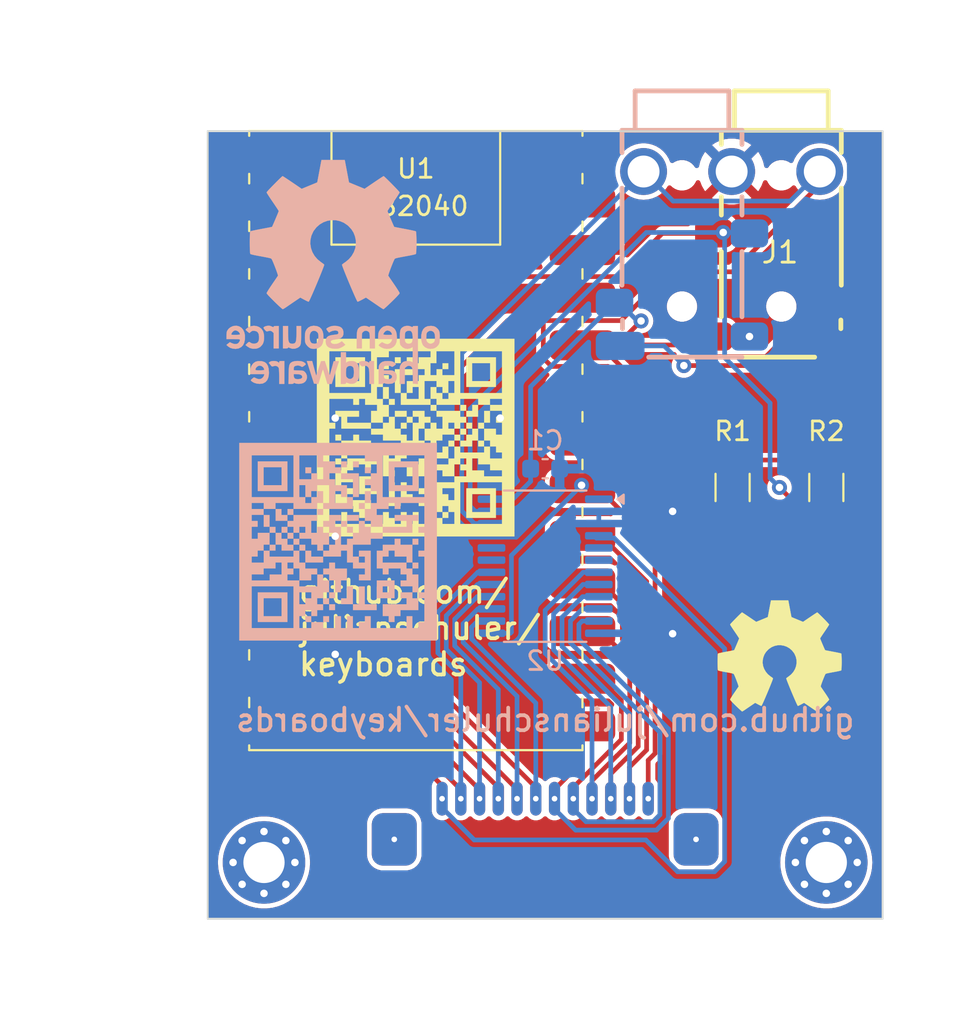
<source format=kicad_pcb>
(kicad_pcb (version 20240108) (generator "pcbnew") (generator_version "8.0")
  (layers (0 "F.Cu" signal) (31 "B.Cu" signal) (34 "B.Paste" user) (35 "F.Paste" user) (36 "B.SilkS" user "B.Silkscreen") (37 "F.SilkS" user "F.Silkscreen") (38 "B.Mask" user) (39 "F.Mask" user) (44 "Edge.Cuts" user))
  (net 0 "")
  (net 1 "GND")
  (net 2 "/SDA")
  (net 3 "+3V3")
  (net 4 "/SCL")
  (net 5 "/ROW1")
  (net 6 "/COL1")
  (net 7 "/COL2")
  (net 8 "/COL3")
  (net 9 "/COL4")
  (net 10 "/COL5")
  (net 11 "/COL6")
  (net 12 "/ROW2")
  (net 13 "/ROW3")
  (net 14 "/ROW4")
  (net 15 "/ROW5")
  (net 16 "/ROW6")
  (net 35 "unconnected-(J1-PadRN)_1")
  (net 36 "unconnected-(J1-PadTN)_1")
  (footprint "MountingHole:MountingHole_2.2mm_M2_Pad_Via" (layer "F.Cu") (at 166 115)
    (property "Reference" "H2" (hide yes))
    (property "Value" "MountingHole_Pad")
  )
  (footprint "Custom:Audio_Jack_Dual_Side" (layer "F.Cu") (at 163.6 82.8 -90)
    (property "Reference" "J1")
    (property "Value" "Audio_Jack" (hide yes))
  )
  (footprint "Custom:FPC_Connector" (layer "F.Cu") (at 151 111.6)
    (property "Reference" "J2")
    (property "Value" "FPC_connector" (hide yes))
  )
  (footprint "MountingHole:MountingHole_2.2mm_M2_Pad_Via" (layer "F.Cu") (at 136 115)
    (property "Reference" "H1" (hide yes))
    (property "Value" "MountingHole_Pad")
  )
  (footprint "Symbol:OSHW-Symbol_6.7x6mm_SilkScreen" (layer "F.Cu") (at 163.5 104)
    (property "Reference" "REF**" (hide yes))
    (property "Value" "OSHW-Symbol_6.7x6mm_SilkScreen" (hide yes))
  )
  (footprint "Custom:Adafruit_KB2040" (layer "F.Cu") (at 144.1 92.5)
    (property "Reference" "U1")
    (property "Value" "Adafruit_KB2040")
  )
  (footprint "Resistor_SMD:R_1206_3216Metric" (layer "F.Cu") (at 161 95 90)
    (property "Reference" "R1")
    (property "Value" "1k")
  )
  (footprint "Resistor_SMD:R_1206_3216Metric" (layer "F.Cu") (at 166 95 90)
    (property "Reference" "R2")
    (property "Value" "1k")
  )
  (footprint "Symbol:OSHW-Logo_11.4x12mm_SilkScreen" (layer "B.Cu") (at 139.7 83.5 180)
    (property "Reference" "REF**" (hide yes))
    (property "Value" "OSHW-Logo_11.4x12mm_SilkScreen" (hide yes))
  )
  (footprint "Package_SO:TSSOP-24_4.4x7.8mm_P0.65mm" (layer "B.Cu") (at 151 99.2 180)
    (property "Reference" "U2")
    (property "Value" "PCA9555PW")
  )
  (footprint "Capacitor_SMD:C_0603_1608Metric" (layer "B.Cu") (at 151 94)
    (property "Reference" "C1")
    (property "Value" "10u")
  )
  (gr_poly (pts (xy 138.5225 94.242497) (xy 138.205 94.242497) (xy 138.205 93.924997) (xy 138.5225 93.924997)) (stroke (width -0.000001)) (fill solid) (layer "B.SilkS"))
  (gr_poly (pts (xy 137.252501 95.194998) (xy 135.665002 95.194998) (xy 135.665002 94.877498) (xy 135.9825 94.877498) (xy 136.935001 94.877498) (xy 136.935001 93.924997) (xy 135.9825 93.924997) (xy 135.9825 94.877498) (xy 135.665002 94.877498) (xy 135.665002 93.607497) (xy 137.252501 93.607497)) (stroke (width -0.000001)) (fill solid) (layer "B.SilkS"))
  (gr_poly (pts (xy 142.9675 100.909999) (xy 142.014999 100.909999) (xy 142.014999 100.592499) (xy 142.332499 100.592499) (xy 142.65 100.592499) (xy 142.65 100.274998) (xy 142.332499 100.274998) (xy 142.332499 100.592499) (xy 142.014999 100.592499) (xy 142.014999 99.957498) (xy 142.9675 99.957498)) (stroke (width -0.000001)) (fill solid) (layer "B.SilkS"))
  (gr_poly (pts (xy 140.427502 93.924997) (xy 140.110002 93.924997) (xy 140.110002 93.607497) (xy 140.427502 93.607497)) (stroke (width -0.000001)) (fill solid) (layer "B.SilkS"))
  (gr_poly (pts (xy 139.157501 96.464999) (xy 138.840001 96.464999) (xy 138.840001 96.147499) (xy 139.157501 96.147499)) (stroke (width -0.000001)) (fill solid) (layer "B.SilkS"))
  (gr_poly (pts (xy 136.935001 96.464999) (xy 137.252501 96.464999) (xy 137.252501 96.7825) (xy 136.617501 96.7825) (xy 136.617501 96.147499) (xy 136.935001 96.147499)) (stroke (width -0.000001)) (fill solid) (layer "B.SilkS"))
  (gr_poly (pts (xy 141.062503 95.512498) (xy 140.745 95.512498) (xy 140.745 94.559997) (xy 140.110002 94.559997) (xy 140.110002 94.242497) (xy 141.062503 94.242497)) (stroke (width -0.000001)) (fill solid) (layer "B.SilkS"))
  (gr_poly (pts (xy 137.252501 97.417496) (xy 136.935001 97.417496) (xy 136.935001 97.1) (xy 137.252501 97.1)) (stroke (width -0.000001)) (fill solid) (layer "B.SilkS"))
  (gr_poly (pts (xy 144.237501 98.052496) (xy 143.920001 98.052496) (xy 143.920001 97.735001) (xy 144.237501 97.735001)) (stroke (width -0.000001)) (fill solid) (layer "B.SilkS"))
  (gr_poly (pts (xy 138.5225 102.179996) (xy 138.205 102.179996) (xy 138.205 101.8625) (xy 138.5225 101.8625)) (stroke (width -0.000001)) (fill solid) (layer "B.SilkS"))
  (gr_poly (pts (xy 137.570002 97.735001) (xy 137.252501 97.735001) (xy 137.252501 97.417496) (xy 137.570002 97.417496)) (stroke (width -0.000001)) (fill solid) (layer "B.SilkS"))
  (gr_poly (pts (xy 136.617501 97.417496) (xy 136.3 97.417496) (xy 136.3 97.1) (xy 136.617501 97.1)) (stroke (width -0.000001)) (fill solid) (layer "B.SilkS"))
  (gr_poly (pts (xy 136.3 97.1) (xy 135.9825 97.1) (xy 135.9825 96.464999) (xy 136.3 96.464999)) (stroke (width -0.000001)) (fill solid) (layer "B.SilkS"))
  (gr_poly (pts (xy 137.570002 96.464999) (xy 137.252501 96.464999) (xy 137.252501 96.147499) (xy 137.570002 96.147499)) (stroke (width -0.000001)) (fill solid) (layer "B.SilkS"))
  (gr_poly (pts (xy 136.617501 98.369997) (xy 136.3 98.369997) (xy 136.3 98.052496) (xy 136.617501 98.052496)) (stroke (width -0.000001)) (fill solid) (layer "B.SilkS"))
  (gr_poly (pts (xy 139.792502 101.544995) (xy 139.475001 101.544995) (xy 139.475001 101.227499) (xy 139.792502 101.227499)) (stroke (width -0.000001)) (fill solid) (layer "B.SilkS"))
  (gr_poly (pts (xy 139.475001 102.179996) (xy 139.157501 102.179996) (xy 139.157501 101.8625) (xy 139.475001 101.8625)) (stroke (width -0.000001)) (fill solid) (layer "B.SilkS"))
  (gr_poly (pts (xy 137.8875 98.052496) (xy 137.570002 98.052496) (xy 137.570002 97.735001) (xy 137.8875 97.735001)) (stroke (width -0.000001)) (fill solid) (layer "B.SilkS"))
  (gr_poly (pts (xy 140.745 101.227499) (xy 140.110002 101.227499) (xy 140.110002 100.909999) (xy 140.427502 100.909999) (xy 140.427502 100.274998) (xy 140.745 100.274998)) (stroke (width -0.000001)) (fill solid) (layer "B.SilkS"))
  (gr_poly (pts (xy 144.237501 95.194998) (xy 142.65 95.194998) (xy 142.65 94.877498) (xy 142.9675 94.877498) (xy 143.920001 94.877498) (xy 143.920001 93.924997) (xy 142.9675 93.924997) (xy 142.9675 94.877498) (xy 142.65 94.877498) (xy 142.65 93.607497) (xy 144.237501 93.607497)) (stroke (width -0.000001)) (fill solid) (layer "B.SilkS"))
  (gr_poly (pts (xy 141.697499 95.829999) (xy 141.379998 95.829999) (xy 141.379998 95.194998) (xy 141.697499 95.194998)) (stroke (width -0.000001)) (fill solid) (layer "B.SilkS"))
  (gr_poly (pts (xy 144.237501 99.322497) (xy 143.920001 99.322497) (xy 143.920001 99.004997) (xy 144.237501 99.004997)) (stroke (width -0.000001)) (fill solid) (layer "B.SilkS"))
  (gr_poly (pts (xy 138.840001 96.7825) (xy 138.5225 96.7825) (xy 138.5225 97.417496) (xy 138.840001 97.417496) (xy 138.840001 97.1) (xy 139.157501 97.1) (xy 139.157501 97.417496) (xy 139.475001 97.417496) (xy 139.475001 97.1) (xy 139.157501 97.1) (xy 139.157501 96.7825) (xy 139.475001 96.7825) (xy 139.475001 96.464999) (xy 140.110002 96.464999) (xy 140.110002 96.7825) (xy 139.792502 96.7825) (xy 139.792502 97.1) (xy 140.110002 97.1) (xy 140.110002 98.052496) (xy 140.427502 98.052496) (xy 140.427502 97.735001) (xy 140.745 97.735001) (xy 140.745 97.417496) (xy 141.062503 97.417496) (xy 141.062503 96.7825) (xy 141.379998 96.7825) (xy 141.379998 97.1) (xy 141.697499 97.1) (xy 141.697499 97.417496) (xy 142.332499 97.417496) (xy 142.332499 97.735001) (xy 141.697499 97.735001) (xy 141.697499 98.052496) (xy 140.745 98.052496) (xy 140.745 98.687497) (xy 141.062503 98.687497) (xy 141.062503 98.369997) (xy 141.697499 98.369997) (xy 141.697499 99.957498) (xy 141.062503 99.957498) (xy 141.062503 99.639998) (xy 141.379998 99.639998) (xy 141.379998 99.322497) (xy 140.745 99.322497) (xy 140.745 99.004997) (xy 141.062503 99.004997) (xy 141.379998 99.004997) (xy 141.379998 98.687497) (xy 141.062503 98.687497) (xy 141.062503 99.004997) (xy 140.745 99.004997) (xy 140.427502 99.004997) (xy 140.427502 98.369997) (xy 140.110002 98.369997) (xy 140.110002 98.687497) (xy 139.157501 98.687497) (xy 139.157501 98.369997) (xy 139.475001 98.369997) (xy 139.475001 98.052496) (xy 139.792502 98.052496) (xy 139.792502 97.417496) (xy 139.475001 97.417496) (xy 139.475001 98.052496) (xy 139.157501 98.052496) (xy 139.157501 98.369997) (xy 138.840001 98.369997) (xy 138.840001 98.052496) (xy 138.5225 98.052496) (xy 138.5225 97.735001) (xy 137.8875 97.735001) (xy 137.8875 97.417496) (xy 138.205 97.417496) (xy 138.205 97.1) (xy 137.8875 97.1) (xy 137.8875 97.417496) (xy 137.570002 97.417496) (xy 137.570002 97.1) (xy 137.252501 97.1) (xy 137.252501 96.7825) (xy 137.570002 96.7825) (xy 137.570002 96.464999) (xy 138.840001 96.464999)) (stroke (width -0.000001)) (fill solid) (layer "B.SilkS"))
  (gr_poly (pts (xy 136.935001 97.735001) (xy 137.252501 97.735001) (xy 137.252501 98.052496) (xy 137.570002 98.052496) (xy 137.570002 98.369997) (xy 136.935001 98.369997) (xy 136.935001 98.052496) (xy 136.617501 98.052496) (xy 136.617501 97.417496) (xy 136.935001 97.417496)) (stroke (width -0.000001)) (fill solid) (layer "B.SilkS"))
  (gr_poly (pts (xy 145.224884 103.167378) (xy 134.677464 103.167378) (xy 134.677464 102.497501) (xy 135.347502 102.497501) (xy 137.570002 102.497501) (xy 137.570002 101.227499) (xy 137.8875 101.227499) (xy 138.205 101.227499) (xy 138.205 100.909999) (xy 138.5225 100.909999) (xy 138.5225 100.592499) (xy 137.8875 100.592499) (xy 137.8875 101.227499) (xy 137.570002 101.227499) (xy 137.570002 100.274998) (xy 135.347502 100.274998) (xy 135.347502 102.497501) (xy 134.677464 102.497501) (xy 134.677464 99.639998) (xy 135.347502 99.639998) (xy 135.347502 99.957498) (xy 136.3 99.957498) (xy 136.3 99.639998) (xy 136.935001 99.639998) (xy 137.252501 99.639998) (xy 137.252501 99.957498) (xy 137.8875 99.957498) (xy 137.8875 99.322497) (xy 137.570002 99.322497) (xy 137.570002 99.639998) (xy 137.252501 99.639998) (xy 136.935001 99.639998) (xy 136.935001 99.322497) (xy 137.252501 99.322497) (xy 137.570002 99.322497) (xy 137.570002 99.004997) (xy 137.252501 99.004997) (xy 137.252501 99.322497) (xy 136.935001 99.322497) (xy 136.935001 99.004997) (xy 136.617501 99.004997) (xy 136.617501 99.322497) (xy 135.9825 99.322497) (xy 135.9825 99.639998) (xy 135.347502 99.639998) (xy 134.677464 99.639998) (xy 134.677464 96.464999) (xy 135.347502 96.464999) (xy 135.347502 96.7825) (xy 135.665002 96.7825) (xy 135.665002 97.1) (xy 135.347502 97.1) (xy 135.347502 97.735001) (xy 135.665002 97.735001) (xy 135.665002 97.417496) (xy 136.3 97.417496) (xy 136.3 98.052496) (xy 135.9825 98.052496) (xy 135.9825 98.369997) (xy 135.665002 98.369997) (xy 135.665002 98.687497) (xy 135.347502 98.687497) (xy 135.347502 99.004997) (xy 135.9825 99.004997) (xy 135.9825 98.369997) (xy 136.3 98.369997) (xy 136.3 98.687497) (xy 137.570002 98.687497) (xy 137.570002 98.369997) (xy 137.8875 98.369997) (xy 137.8875 99.004997) (xy 138.205 99.004997) (xy 138.205 99.322497) (xy 138.840001 99.322497) (xy 138.840001 99.639998) (xy 138.5225 99.639998) (xy 138.5225 99.957498) (xy 137.8875 99.957498) (xy 137.8875 100.274998) (xy 138.840001 100.274998) (xy 138.840001 99.957498) (xy 139.157501 99.957498) (xy 139.475001 99.957498) (xy 139.475001 99.639998) (xy 139.157501 99.639998) (xy 139.157501 99.957498) (xy 138.840001 99.957498) (xy 138.840001 99.639998) (xy 139.157501 99.639998) (xy 139.157501 99.322497) (xy 139.475001 99.322497) (xy 139.475001 99.004997) (xy 139.792502 99.004997) (xy 139.792502 99.322497) (xy 140.427502 99.322497) (xy 140.427502 99.957498) (xy 140.110002 99.957498) (xy 140.110002 100.592499) (xy 139.792502 100.592499) (xy 139.792502 99.957498) (xy 139.475001 99.957498) (xy 139.475001 100.592499) (xy 139.157501 100.592499) (xy 139.157501 100.909999) (xy 138.840001 100.909999) (xy 138.840001 101.227499) (xy 139.157501 101.227499) (xy 139.157501 101.544995) (xy 138.840001 101.544995) (xy 138.840001 101.8625) (xy 138.5225 101.8625) (xy 138.5225 101.544995) (xy 138.205 101.544995) (xy 138.205 101.8625) (xy 137.8875 101.8625) (xy 137.8875 102.497501) (xy 138.5225 102.497501) (xy 138.5225 102.179996) (xy 139.157501 102.179996) (xy 139.157501 102.497501) (xy 139.792502 102.497501) (xy 139.792502 101.8625) (xy 140.110002 101.8625) (xy 140.110002 102.497501) (xy 140.427502 102.497501) (xy 140.427502 101.8625) (xy 140.745 101.8625) (xy 140.745 102.497501) (xy 141.062503 102.497501) (xy 141.062503 102.179996) (xy 141.379998 102.179996) (xy 141.379998 101.8625) (xy 141.697499 101.8625) (xy 141.697499 102.497501) (xy 143.602501 102.497501) (xy 143.602501 101.8625) (xy 143.920001 101.8625) (xy 143.920001 102.497501) (xy 144.237501 102.497501) (xy 144.237501 102.179996) (xy 144.555002 102.179996) (xy 144.555002 100.909999) (xy 144.237501 100.909999) (xy 144.237501 101.544995) (xy 143.285 101.544995) (xy 143.285 101.8625) (xy 142.9675 101.8625) (xy 142.9675 102.179996) (xy 142.65 102.179996) (xy 142.65 101.8625) (xy 142.332499 101.8625) (xy 142.332499 101.227499) (xy 143.602501 101.227499) (xy 143.602501 100.909999) (xy 143.285 100.909999) (xy 143.285 100.592499) (xy 143.920001 100.592499) (xy 143.920001 100.909999) (xy 144.237501 100.909999) (xy 144.237501 100.592499) (xy 144.555002 100.592499) (xy 144.555002 98.687497) (xy 144.237501 98.687497) (xy 144.237501 98.369997) (xy 144.555002 98.369997) (xy 144.555002 97.417496) (xy 144.237501 97.417496) (xy 144.237501 97.1) (xy 144.555002 97.1) (xy 144.555002 95.829999) (xy 143.285 95.829999) (xy 143.285 96.147499) (xy 142.9675 96.147499) (xy 142.9675 95.829999) (xy 142.65 95.829999) (xy 142.65 96.147499) (xy 142.014999 96.147499) (xy 142.014999 96.464999) (xy 142.332499 96.464999) (xy 142.332499 97.1) (xy 141.697499 97.1) (xy 141.697499 96.7825) (xy 141.379998 96.7825) (xy 141.379998 96.147499) (xy 141.697499 96.147499) (xy 141.697499 95.829999) (xy 142.014999 95.829999) (xy 142.014999 95.512498) (xy 142.332499 95.512498) (xy 144.555002 95.512498) (xy 144.555002 93.289996) (xy 142.332499 93.289996) (xy 142.332499 95.512498) (xy 142.014999 95.512498) (xy 142.014999 95.194998) (xy 141.697499 95.194998) (xy 141.697499 94.877498) (xy 141.379998 94.877498) (xy 141.379998 94.559997) (xy 141.697499 94.559997) (xy 141.697499 94.242497) (xy 142.014999 94.242497) (xy 142.014999 93.607497) (xy 141.379998 93.607497) (xy 141.379998 93.289996) (xy 139.157501 93.289996) (xy 139.157501 93.607497) (xy 139.792502 93.607497) (xy 139.792502 93.924997) (xy 140.110002 93.924997) (xy 140.110002 94.242497) (xy 139.475001 94.242497) (xy 139.475001 94.559997) (xy 139.792502 94.559997) (xy 139.792502 94.877498) (xy 140.427502 94.877498) (xy 140.427502 95.512498) (xy 140.110002 95.512498) (xy 140.110002 95.194998) (xy 139.792502 95.194998) (xy 139.792502 95.829999) (xy 140.427502 95.829999) (xy 140.427502 95.512498) (xy 140.745 95.512498) (xy 140.745 96.147499) (xy 139.157501 96.147499) (xy 139.157501 95.829999) (xy 138.840001 95.829999) (xy 138.840001 96.147499) (xy 137.570002 96.147499) (xy 137.570002 95.829999) (xy 138.205 95.829999) (xy 138.5225 95.829999) (xy 138.5225 95.512498) (xy 138.205 95.512498) (xy 138.205 95.829999) (xy 137.570002 95.829999) (xy 136.617501 95.829999) (xy 136.617501 96.147499) (xy 135.9825 96.147499) (xy 135.9825 96.464999) (xy 135.347502 96.464999) (xy 134.677464 96.464999) (xy 134.677464 96.147499) (xy 135.347502 96.147499) (xy 135.9825 96.147499) (xy 135.9825 95.829999) (xy 135.347502 95.829999) (xy 135.347502 96.147499) (xy 134.677464 96.147499) (xy 134.677464 95.512498) (xy 135.347502 95.512498) (xy 137.570002 95.512498) (xy 137.8875 95.512498) (xy 138.205 95.512498) (xy 138.205 95.194998) (xy 138.5225 95.194998) (xy 138.5225 95.512498) (xy 138.840001 95.512498) (xy 138.840001 95.194998) (xy 139.157501 95.194998) (xy 139.157501 95.829999) (xy 139.475001 95.829999) (xy 139.475001 94.877498) (xy 138.840001 94.877498) (xy 138.840001 95.194998) (xy 138.5225 95.194998) (xy 138.205 95.194998) (xy 138.205 94.877498) (xy 137.8875 94.877498) (xy 137.8875 95.512498) (xy 137.570002 95.512498) (xy 137.570002 94.559997) (xy 137.8875 94.559997) (xy 138.5225 94.559997) (xy 138.5225 94.242497) (xy 138.840001 94.242497) (xy 138.840001 94.559997) (xy 139.157501 94.559997) (xy 139.157501 93.924997) (xy 138.840001 93.924997) (xy 138.840001 93.289996) (xy 137.8875 93.289996) (xy 137.8875 94.559997) (xy 137.570002 94.559997) (xy 137.570002 93.289996) (xy 135.347502 93.289996) (xy 135.347502 95.512498) (xy 134.677464 95.512498) (xy 134.677464 92.619963) (xy 145.224884 92.619963)) (stroke (width -0.000001)) (fill solid) (layer "B.SilkS"))
  (gr_poly (pts (xy 141.062503 96.7825) (xy 140.427502 96.7825) (xy 140.427502 96.464999) (xy 141.062503 96.464999)) (stroke (width -0.000001)) (fill solid) (layer "B.SilkS"))
  (gr_poly (pts (xy 141.379998 96.147499) (xy 141.062503 96.147499) (xy 141.062503 95.829999) (xy 141.379998 95.829999)) (stroke (width -0.000001)) (fill solid) (layer "B.SilkS"))
  (gr_poly (pts (xy 139.792502 100.909999) (xy 139.475001 100.909999) (xy 139.475001 100.592499) (xy 139.792502 100.592499)) (stroke (width -0.000001)) (fill solid) (layer "B.SilkS"))
  (gr_poly (pts (xy 137.252501 102.179996) (xy 135.665002 102.179996) (xy 135.665002 101.8625) (xy 135.9825 101.8625) (xy 136.935001 101.8625) (xy 136.935001 100.909999) (xy 135.9825 100.909999) (xy 135.9825 101.8625) (xy 135.665002 101.8625) (xy 135.665002 100.592499) (xy 137.252501 100.592499)) (stroke (width -0.000001)) (fill solid) (layer "B.SilkS"))
  (gr_poly (pts (xy 139.475001 101.227499) (xy 139.157501 101.227499) (xy 139.157501 100.909999) (xy 139.475001 100.909999)) (stroke (width -0.000001)) (fill solid) (layer "B.SilkS"))
  (gr_poly (pts (xy 138.5225 98.687497) (xy 139.157501 98.687497) (xy 139.157501 99.004997) (xy 138.205 99.004997) (xy 138.205 98.369997) (xy 138.5225 98.369997)) (stroke (width -0.000001)) (fill solid) (layer "B.SilkS"))
  (gr_poly (pts (xy 141.697499 94.242497) (xy 141.379998 94.242497) (xy 141.379998 93.924997) (xy 141.697499 93.924997)) (stroke (width -0.000001)) (fill solid) (layer "B.SilkS"))
  (gr_poly (pts (xy 140.745 97.417496) (xy 140.427502 97.417496) (xy 140.427502 97.1) (xy 140.745 97.1)) (stroke (width -0.000001)) (fill solid) (layer "B.SilkS"))
  (gr_poly (pts (xy 143.285 98.052496) (xy 143.920001 98.052496) (xy 143.920001 99.004997) (xy 143.602501 99.004997) (xy 143.602501 99.322497) (xy 143.920001 99.322497) (xy 143.920001 99.639998) (xy 144.237501 99.639998) (xy 144.237501 100.592499) (xy 143.920001 100.592499) (xy 143.920001 100.274998) (xy 143.285 100.274998) (xy 143.285 99.957498) (xy 143.602501 99.957498) (xy 143.602501 99.639998) (xy 143.285 99.639998) (xy 143.285 99.322497) (xy 142.65 99.322497) (xy 142.65 99.639998) (xy 142.332499 99.639998) (xy 142.332499 99.322497) (xy 142.014999 99.322497) (xy 142.014999 98.687497) (xy 142.332499 98.687497) (xy 142.332499 99.004997) (xy 143.602501 99.004997) (xy 143.602501 98.687497) (xy 142.9675 98.687497) (xy 142.9675 98.369997) (xy 142.65 98.369997) (xy 142.65 98.687497) (xy 142.332499 98.687497) (xy 142.014999 98.687497) (xy 142.014999 98.369997) (xy 142.332499 98.369997) (xy 142.332499 98.052496) (xy 142.9675 98.052496) (xy 142.9675 97.735001) (xy 143.285 97.735001)) (stroke (width -0.000001)) (fill solid) (layer "B.SilkS"))
  (gr_poly (pts (xy 141.379998 101.227499) (xy 142.014999 101.227499) (xy 142.014999 101.544995) (xy 140.745 101.544995) (xy 140.745 101.227499) (xy 141.062503 101.227499) (xy 141.062503 100.274998) (xy 141.379998 100.274998)) (stroke (width -0.000001)) (fill solid) (layer "B.SilkS"))
  (gr_poly (pts (xy 140.427502 97.1) (xy 140.110002 97.1) (xy 140.110002 96.7825) (xy 140.427502 96.7825)) (stroke (width -0.000001)) (fill solid) (layer "B.SilkS"))
  (gr_poly (pts (xy 138.205 98.369997) (xy 137.8875 98.369997) (xy 137.8875 98.052496) (xy 138.205 98.052496)) (stroke (width -0.000001)) (fill solid) (layer "B.SilkS"))
  (gr_poly (pts (xy 141.062503 93.924997) (xy 140.745 93.924997) (xy 140.745 93.607497) (xy 141.062503 93.607497)) (stroke (width -0.000001)) (fill solid) (layer "B.SilkS"))
  (gr_poly (pts (xy 144.237501 96.7825) (xy 143.920001 96.7825) (xy 143.920001 97.417496) (xy 142.332499 97.417496) (xy 142.332499 97.1) (xy 143.602501 97.1) (xy 143.602501 96.7825) (xy 142.9675 96.7825) (xy 142.9675 96.464999) (xy 144.237501 96.464999)) (stroke (width -0.000001)) (fill solid) (layer "B.SilkS"))
  (gr_poly (pts (xy 140.757502 92.5) (xy 140.122501 92.5) (xy 140.122501 93.452501) (xy 140.440001 93.452501) (xy 140.440001 93.770001) (xy 140.122501 93.770001) (xy 140.122501 94.087502) (xy 139.805001 94.087502) (xy 139.805001 95.040003) (xy 140.122501 95.040003) (xy 140.122501 94.722502) (xy 140.757502 94.722502) (xy 140.757502 94.405002) (xy 140.440001 94.405002) (xy 140.440001 94.087502) (xy 140.757502 94.087502) (xy 140.757502 93.770001) (xy 141.392502 93.770001) (xy 141.392502 94.087502) (xy 141.710003 94.087502) (xy 141.710003 93.770001) (xy 142.027503 93.770001) (xy 142.027503 93.135001) (xy 141.710003 93.135001) (xy 141.710003 93.452501) (xy 140.440001 93.452501) (xy 140.440001 93.135001) (xy 141.075002 93.135001) (xy 141.075002 92.817501) (xy 141.392502 92.817501) (xy 141.392502 93.135001) (xy 141.710003 93.135001) (xy 142.027503 93.135001) (xy 142.027503 92.817501) (xy 141.710003 92.817501) (xy 141.710003 92.5) (xy 141.075002 92.5) (xy 141.075002 92.182505) (xy 140.757502 92.182505)) (stroke (width -0.000001)) (fill solid) (layer "F.SilkS"))
  (gr_rect (start 144.885001 90.595003) (end 145.202501 90.912503) (stroke (width -0.000001)) (fill solid) (layer "F.SilkS"))
  (gr_rect (start 144.25 95.675003) (end 144.567501 95.992499) (stroke (width -0.000001)) (fill solid) (layer "F.SilkS"))
  (gr_poly (pts (xy 145.520002 93.135001) (xy 144.885001 93.135001) (xy 144.885001 93.452501) (xy 145.837502 93.452501) (xy 145.837502 92.817501) (xy 145.520002 92.817501)) (stroke (width -0.000001)) (fill solid) (layer "F.SilkS"))
  (gr_rect (start 142.662504 90.277503) (end 142.979999 90.595003) (stroke (width -0.000001)) (fill solid) (layer "F.SilkS"))
  (gr_poly (pts (xy 139.805001 89.642502) (xy 141.392502 89.642502) (xy 141.392502 89.325002) (xy 141.075002 89.325002) (xy 140.122501 89.325002) (xy 140.122501 88.372501) (xy 141.075002 88.372501) (xy 141.075002 89.325002) (xy 141.392502 89.325002) (xy 141.392502 88.055001) (xy 139.805001 88.055001)) (stroke (width -0.000001)) (fill solid) (layer "F.SilkS"))
  (gr_rect (start 145.837502 92.5) (end 146.155002 92.817501) (stroke (width -0.000001)) (fill solid) (layer "F.SilkS"))
  (gr_poly (pts (xy 145.202501 91.230004) (xy 145.520002 91.230004) (xy 145.520002 91.865) (xy 145.202501 91.865) (xy 145.202501 91.547504) (xy 144.885001 91.547504) (xy 144.885001 91.865) (xy 144.567501 91.865) (xy 144.567501 91.547504) (xy 144.885001 91.547504) (xy 144.885001 91.230004) (xy 144.567501 91.230004) (xy 144.567501 90.912503) (xy 143.9325 90.912503) (xy 143.9325 91.230004) (xy 144.25 91.230004) (xy 144.25 91.547504) (xy 143.9325 91.547504) (xy 143.9325 92.5) (xy 143.615 92.5) (xy 143.615 92.182505) (xy 143.297502 92.182505) (xy 143.297502 91.865) (xy 142.979999 91.865) (xy 142.979999 91.230004) (xy 142.662504 91.230004) (xy 142.662504 91.547504) (xy 142.345003 91.547504) (xy 142.345003 91.865) (xy 141.710003 91.865) (xy 141.710003 92.182505) (xy 142.345003 92.182505) (xy 142.345003 92.5) (xy 143.297502 92.5) (xy 143.297502 93.135001) (xy 142.979999 93.135001) (xy 142.979999 92.817501) (xy 142.345003 92.817501) (xy 142.345003 94.405002) (xy 142.979999 94.405002) (xy 142.979999 94.087502) (xy 142.662504 94.087502) (xy 142.662504 93.770001) (xy 143.297502 93.770001) (xy 143.297502 93.452501) (xy 142.979999 93.452501) (xy 142.662504 93.452501) (xy 142.662504 93.135001) (xy 142.979999 93.135001) (xy 142.979999 93.452501) (xy 143.297502 93.452501) (xy 143.615 93.452501) (xy 143.615 92.817501) (xy 143.9325 92.817501) (xy 143.9325 93.135001) (xy 144.885001 93.135001) (xy 144.885001 92.817501) (xy 144.567501 92.817501) (xy 144.567501 92.5) (xy 144.25 92.5) (xy 144.25 91.865) (xy 144.567501 91.865) (xy 144.567501 92.5) (xy 144.885001 92.5) (xy 144.885001 92.817501) (xy 145.202501 92.817501) (xy 145.202501 92.5) (xy 145.520002 92.5) (xy 145.520002 92.182505) (xy 146.155002 92.182505) (xy 146.155002 91.865) (xy 145.837502 91.865) (xy 145.837502 91.547504) (xy 146.155002 91.547504) (xy 146.155002 91.865) (xy 146.4725 91.865) (xy 146.4725 91.547504) (xy 146.790001 91.547504) (xy 146.790001 91.230004) (xy 146.4725 91.230004) (xy 146.4725 90.912503) (xy 145.202501 90.912503)) (stroke (width -0.000001)) (fill solid) (layer "F.SilkS"))
  (gr_poly (pts (xy 147.107501 92.182505) (xy 146.790001 92.182505) (xy 146.790001 92.5) (xy 146.4725 92.5) (xy 146.4725 92.817501) (xy 147.107501 92.817501) (xy 147.107501 92.5) (xy 147.425001 92.5) (xy 147.425001 91.865) (xy 147.107501 91.865)) (stroke (width -0.000001)) (fill solid) (layer "F.SilkS"))
  (gr_poly (pts (xy 139.805001 91.230004) (xy 140.122501 91.230004) (xy 140.122501 91.865) (xy 141.710003 91.865) (xy 141.710003 91.547504) (xy 140.440001 91.547504) (xy 140.440001 91.230004) (xy 141.075002 91.230004) (xy 141.075002 90.912503) (xy 139.805001 90.912503)) (stroke (width -0.000001)) (fill solid) (layer "F.SilkS"))
  (gr_rect (start 146.4725 91.865) (end 146.790001 92.182505) (stroke (width -0.000001)) (fill solid) (layer "F.SilkS"))
  (gr_rect (start 145.520002 96.310004) (end 145.837502 96.6275) (stroke (width -0.000001)) (fill solid) (layer "F.SilkS"))
  (gr_rect (start 146.155002 92.182505) (end 146.4725 92.5) (stroke (width -0.000001)) (fill solid) (layer "F.SilkS"))
  (gr_rect (start 147.425001 91.547504) (end 147.742502 91.865) (stroke (width -0.000001)) (fill solid) (layer "F.SilkS"))
  (gr_poly (pts (xy 146.790001 89.642502) (xy 148.3775 89.642502) (xy 148.3775 89.325002) (xy 148.060002 89.325002) (xy 147.107501 89.325002) (xy 147.107501 88.372501) (xy 148.060002 88.372501) (xy 148.060002 89.325002) (xy 148.3775 89.325002) (xy 148.3775 88.055001) (xy 146.790001 88.055001)) (stroke (width -0.000001)) (fill solid) (layer "F.SilkS"))
  (gr_poly (pts (xy 141.075002 95.357503) (xy 142.027503 95.357503) (xy 142.027503 95.040003) (xy 141.710003 95.040003) (xy 141.392502 95.040003) (xy 141.392502 94.722502) (xy 141.710003 94.722502) (xy 141.710003 95.040003) (xy 142.027503 95.040003) (xy 142.027503 94.405002) (xy 141.075002 94.405002)) (stroke (width -0.000001)) (fill solid) (layer "F.SilkS"))
  (gr_rect (start 143.297502 91.547504) (end 143.615 91.865) (stroke (width -0.000001)) (fill solid) (layer "F.SilkS"))
  (gr_poly (pts (xy 142.979999 89.960002) (xy 143.297502 89.960002) (xy 143.297502 89.007501) (xy 143.9325 89.007501) (xy 143.9325 88.690001) (xy 142.979999 88.690001)) (stroke (width -0.000001)) (fill solid) (layer "F.SilkS"))
  (gr_rect (start 142.979999 90.912503) (end 143.615 91.230004) (stroke (width -0.000001)) (fill solid) (layer "F.SilkS"))
  (gr_rect (start 144.567501 95.357503) (end 144.885001 95.675003) (stroke (width -0.000001)) (fill solid) (layer "F.SilkS"))
  (gr_rect (start 147.742502 90.912503) (end 148.060002 91.547504) (stroke (width -0.000001)) (fill solid) (layer "F.SilkS"))
  (gr_rect (start 144.567501 96.310004) (end 144.885001 96.6275) (stroke (width -0.000001)) (fill solid) (layer "F.SilkS"))
  (gr_rect (start 142.979999 88.055001) (end 143.297502 88.372501) (stroke (width -0.000001)) (fill solid) (layer "F.SilkS"))
  (gr_rect (start 143.615 91.230004) (end 143.9325 91.547504) (stroke (width -0.000001)) (fill solid) (layer "F.SilkS"))
  (gr_rect (start 142.345003 89.642502) (end 142.662504 90.277503) (stroke (width -0.000001)) (fill solid) (layer "F.SilkS"))
  (gr_rect (start 142.345003 88.372501) (end 142.662504 88.690001) (stroke (width -0.000001)) (fill solid) (layer "F.SilkS"))
  (gr_rect (start 144.25 95.040003) (end 144.567501 95.357503) (stroke (width -0.000001)) (fill solid) (layer "F.SilkS"))
  (gr_rect (start 147.425001 92.5) (end 147.742502 92.817501) (stroke (width -0.000001)) (fill solid) (layer "F.SilkS"))
  (gr_rect (start 139.805001 92.182505) (end 140.122501 92.5) (stroke (width -0.000001)) (fill solid) (layer "F.SilkS"))
  (gr_rect (start 145.520002 88.372501) (end 145.837502 88.690001) (stroke (width -0.000001)) (fill solid) (layer "F.SilkS"))
  (gr_poly (pts (xy 146.790001 96.6275) (xy 148.3775 96.6275) (xy 148.3775 96.310004) (xy 148.060002 96.310004) (xy 147.107501 96.310004) (xy 147.107501 95.357503) (xy 148.060002 95.357503) (xy 148.060002 96.310004) (xy 148.3775 96.310004) (xy 148.3775 95.040003) (xy 146.790001 95.040003)) (stroke (width -0.000001)) (fill solid) (layer "F.SilkS"))
  (gr_rect (start 146.790001 91.547504) (end 147.107501 91.865) (stroke (width -0.000001)) (fill solid) (layer "F.SilkS"))
  (gr_rect (start 143.615 88.055001) (end 143.9325 88.372501) (stroke (width -0.000001)) (fill solid) (layer "F.SilkS"))
  (gr_rect (start 139.805001 93.452501) (end 140.122501 93.770001) (stroke (width -0.000001)) (fill solid) (layer "F.SilkS"))
  (gr_poly (pts (xy 147.107501 90.912503) (xy 146.790001 90.912503) (xy 146.790001 91.230004) (xy 147.425001 91.230004) (xy 147.425001 90.595003) (xy 147.107501 90.595003)) (stroke (width -0.000001)) (fill solid) (layer "F.SilkS"))
  (gr_poly (pts (xy 142.662504 95.675003) (xy 142.027503 95.675003) (xy 142.027503 95.992499) (xy 143.297502 95.992499) (xy 143.297502 95.675003) (xy 142.979999 95.675003) (xy 142.979999 94.722502) (xy 142.662504 94.722502)) (stroke (width -0.000001)) (fill solid) (layer "F.SilkS"))
  (gr_poly (pts (xy 143.297502 95.675003) (xy 143.9325 95.675003) (xy 143.9325 95.357503) (xy 143.615 95.357503) (xy 143.615 94.722502) (xy 143.297502 94.722502)) (stroke (width -0.000001)) (fill solid) (layer "F.SilkS"))
  (gr_poly (pts (xy 138.817618 97.614882) (xy 149.365038 97.614882) (xy 149.365038 96.945005) (xy 148.695 96.945005) (xy 146.4725 96.945005) (xy 146.4725 95.675003) (xy 146.155002 95.675003) (xy 145.837502 95.675003) (xy 145.837502 95.357503) (xy 145.520002 95.357503) (xy 145.520002 95.040003) (xy 146.155002 95.040003) (xy 146.155002 95.675003) (xy 146.4725 95.675003) (xy 146.4725 94.722502) (xy 148.695 94.722502) (xy 148.695 96.945005) (xy 149.365038 96.945005) (xy 149.365038 94.087502) (xy 148.695 94.087502) (xy 148.695 94.405002) (xy 147.742502 94.405002) (xy 147.742502 94.087502) (xy 147.107501 94.087502) (xy 146.790001 94.087502) (xy 146.790001 94.405002) (xy 146.155002 94.405002) (xy 146.155002 93.770001) (xy 146.4725 93.770001) (xy 146.4725 94.087502) (xy 146.790001 94.087502) (xy 147.107501 94.087502) (xy 147.107501 93.770001) (xy 146.790001 93.770001) (xy 146.4725 93.770001) (xy 146.4725 93.452501) (xy 146.790001 93.452501) (xy 146.790001 93.770001) (xy 147.107501 93.770001) (xy 147.107501 93.452501) (xy 147.425001 93.452501) (xy 147.425001 93.770001) (xy 148.060002 93.770001) (xy 148.060002 94.087502) (xy 148.695 94.087502) (xy 149.365038 94.087502) (xy 149.365038 90.912503) (xy 148.695 90.912503) (xy 148.695 91.230004) (xy 148.3775 91.230004) (xy 148.3775 91.547504) (xy 148.695 91.547504) (xy 148.695 92.182505) (xy 148.3775 92.182505) (xy 148.3775 91.865) (xy 147.742502 91.865) (xy 147.742502 92.5) (xy 148.060002 92.5) (xy 148.060002 92.817501) (xy 148.3775 92.817501) (xy 148.3775 93.135001) (xy 148.695 93.135001) (xy 148.695 93.452501) (xy 148.060002 93.452501) (xy 148.060002 92.817501) (xy 147.742502 92.817501) (xy 147.742502 93.135001) (xy 146.4725 93.135001) (xy 146.4725 92.817501) (xy 146.155002 92.817501) (xy 146.155002 93.452501) (xy 145.837502 93.452501) (xy 145.837502 93.770001) (xy 145.202501 93.770001) (xy 145.202501 94.087502) (xy 145.520002 94.087502) (xy 145.520002 94.405002) (xy 146.155002 94.405002) (xy 146.155002 94.722502) (xy 145.202501 94.722502) (xy 145.202501 94.405002) (xy 144.885001 94.405002) (xy 144.567501 94.405002) (xy 144.567501 94.087502) (xy 144.885001 94.087502) (xy 144.885001 94.405002) (xy 145.202501 94.405002) (xy 145.202501 94.087502) (xy 144.885001 94.087502) (xy 144.885001 93.770001) (xy 144.567501 93.770001) (xy 144.567501 93.452501) (xy 144.25 93.452501) (xy 144.25 93.770001) (xy 143.615 93.770001) (xy 143.615 94.405002) (xy 143.9325 94.405002) (xy 143.9325 95.040003) (xy 144.25 95.040003) (xy 144.25 94.405002) (xy 144.567501 94.405002) (xy 144.567501 95.040003) (xy 144.885001 95.040003) (xy 144.885001 95.357503) (xy 145.202501 95.357503) (xy 145.202501 95.675003) (xy 144.885001 95.675003) (xy 144.885001 95.992499) (xy 145.202501 95.992499) (xy 145.202501 96.310004) (xy 145.520002 96.310004) (xy 145.520002 95.992499) (xy 145.837502 95.992499) (xy 145.837502 96.310004) (xy 146.155002 96.310004) (xy 146.155002 96.945005) (xy 145.520002 96.945005) (xy 145.520002 96.6275) (xy 144.885001 96.6275) (xy 144.885001 96.945005) (xy 144.25 96.945005) (xy 144.25 96.310004) (xy 143.9325 96.310004) (xy 143.9325 96.945005) (xy 143.615 96.945005) (xy 143.615 96.310004) (xy 143.297502 96.310004) (xy 143.297502 96.945005) (xy 142.979999 96.945005) (xy 142.979999 96.6275) (xy 142.662504 96.6275) (xy 142.662504 96.310004) (xy 142.345003 96.310004) (xy 142.345003 96.945005) (xy 140.440001 96.945005) (xy 140.440001 96.310004) (xy 140.122501 96.310004) (xy 140.122501 96.945005) (xy 139.805001 96.945005) (xy 139.805001 96.6275) (xy 139.4875 96.6275) (xy 139.4875 95.357503) (xy 139.805001 95.357503) (xy 139.805001 95.992499) (xy 140.757502 95.992499) (xy 140.757502 96.310004) (xy 141.075002 96.310004) (xy 141.075002 96.6275) (xy 141.392502 96.6275) (xy 141.392502 96.310004) (xy 141.710003 96.310004) (xy 141.710003 95.675003) (xy 140.440001 95.675003) (xy 140.440001 95.357503) (xy 140.757502 95.357503) (xy 140.757502 95.040003) (xy 140.122501 95.040003) (xy 140.122501 95.357503) (xy 139.805001 95.357503) (xy 139.805001 95.040003) (xy 139.4875 95.040003) (xy 139.4875 93.135001) (xy 139.805001 93.135001) (xy 139.805001 92.817501) (xy 139.4875 92.817501) (xy 139.4875 91.865) (xy 139.805001 91.865) (xy 139.805001 91.547504) (xy 139.4875 91.547504) (xy 139.4875 90.277503) (xy 140.757502 90.277503) (xy 140.757502 90.595003) (xy 141.075002 90.595003) (xy 141.075002 90.277503) (xy 141.392502 90.277503) (xy 141.392502 90.595003) (xy 142.027503 90.595003) (xy 142.027503 90.912503) (xy 141.710003 90.912503) (xy 141.710003 91.547504) (xy 142.345003 91.547504) (xy 142.345003 91.230004) (xy 142.662504 91.230004) (xy 142.662504 90.595003) (xy 142.345003 90.595003) (xy 142.345003 90.277503) (xy 142.027503 90.277503) (xy 142.027503 89.960002) (xy 141.710003 89.960002) (xy 139.4875 89.960002) (xy 139.4875 87.7375) (xy 141.710003 87.7375) (xy 141.710003 89.960002) (xy 142.027503 89.960002) (xy 142.027503 89.642502) (xy 142.345003 89.642502) (xy 142.345003 89.325002) (xy 142.662504 89.325002) (xy 142.662504 89.007501) (xy 142.345003 89.007501) (xy 142.345003 88.690001) (xy 142.027503 88.690001) (xy 142.027503 88.055001) (xy 142.662504 88.055001) (xy 142.662504 87.7375) (xy 144.885001 87.7375) (xy 144.885001 88.055001) (xy 144.25 88.055001) (xy 144.25 88.372501) (xy 143.9325 88.372501) (xy 143.9325 88.690001) (xy 144.567501 88.690001) (xy 144.567501 89.007501) (xy 144.25 89.007501) (xy 144.25 89.325002) (xy 143.615 89.325002) (xy 143.615 89.960002) (xy 143.9325 89.960002) (xy 143.9325 89.642502) (xy 144.25 89.642502) (xy 144.25 90.277503) (xy 143.615 90.277503) (xy 143.615 89.960002) (xy 143.297502 89.960002) (xy 143.297502 90.595003) (xy 144.885001 90.595003) (xy 144.885001 90.277503) (xy 145.202501 90.277503) (xy 145.202501 90.595003) (xy 146.4725 90.595003) (xy 146.4725 90.277503) (xy 145.837502 90.277503) (xy 145.520002 90.277503) (xy 145.520002 89.960002) (xy 145.837502 89.960002) (xy 145.837502 90.277503) (xy 146.4725 90.277503) (xy 147.425001 90.277503) (xy 147.425001 90.595003) (xy 148.060002 90.595003) (xy 148.060002 90.912503) (xy 148.695 90.912503) (xy 149.365038 90.912503) (xy 149.365038 90.595003) (xy 148.695 90.595003) (xy 148.060002 90.595003) (xy 148.060002 90.277503) (xy 148.695 90.277503) (xy 148.695 90.595003) (xy 149.365038 90.595003) (xy 149.365038 89.960002) (xy 148.695 89.960002) (xy 146.4725 89.960002) (xy 146.155002 89.960002) (xy 145.837502 89.960002) (xy 145.837502 89.642502) (xy 145.520002 89.642502) (xy 145.520002 89.960002) (xy 145.202501 89.960002) (xy 145.202501 89.642502) (xy 144.885001 89.642502) (xy 144.885001 90.277503) (xy 144.567501 90.277503) (xy 144.567501 89.325002) (xy 145.202501 89.325002) (xy 145.202501 89.642502) (xy 145.520002 89.642502) (xy 145.837502 89.642502) (xy 145.837502 89.325002) (xy 146.155002 89.325002) (xy 146.155002 89.960002) (xy 146.4725 89.960002) (xy 146.4725 89.007501) (xy 146.155002 89.007501) (xy 145.520002 89.007501) (xy 145.520002 88.690001) (xy 145.202501 88.690001) (xy 145.202501 89.007501) (xy 144.885001 89.007501) (xy 144.885001 88.372501) (xy 145.202501 88.372501) (xy 145.202501 87.7375) (xy 146.155002 87.7375) (xy 146.155002 89.007501) (xy 146.4725 89.007501) (xy 146.4725 87.7375) (xy 148.695 87.7375) (xy 148.695 89.960002) (xy 149.365038 89.960002) (xy 149.365038 87.067467) (xy 138.817618 87.067467)) (stroke (width -0.000001)) (fill solid) (layer "F.SilkS"))
  (gr_rect (start 146.4725 90.595003) (end 146.790001 90.912503) (stroke (width -0.000001)) (fill solid) (layer "F.SilkS"))
  (gr_line (start 133 76) (end 133 118) (stroke (width 0.1)) (layer "Edge.Cuts"))
  (gr_line (start 169 76) (end 133 76) (stroke (width 0.1)) (layer "Edge.Cuts"))
  (gr_line (start 133 118) (end 169 118) (stroke (width 0.1)) (layer "Edge.Cuts"))
  (gr_line (start 169 118) (end 169 76) (stroke (width 0.1)) (layer "Edge.Cuts"))
  (gr_text "github.com/julianschuler/keyboards" (at 151 107.4 0) (layer "B.SilkS") (effects (font (size 1.2 1.2) (thickness 0.2)) (justify mirror)))
  (gr_text "github.com/\njulianschuler/\nkeyboards" (at 137.75 102.5 0) (layer "F.SilkS") (effects (font (size 1.2 1.2) (thickness 0.2)) (justify left)))
  (segment (start 142.92 84.88) (end 145.46 82.34) (width 0.25) (layer "F.Cu") (net 1))
  (segment (start 157.641071 80.3) (end 155.601071 82.34) (width 0.25) (layer "F.Cu") (net 1))
  (segment (start 155.601071 82.34) (end 152.99 82.34) (width 0.25) (layer "F.Cu") (net 1))
  (segment (start 145.46 82.34) (end 152.99 82.34) (width 0.25) (layer "F.Cu") (net 1))
  (segment (start 158.8 80.3) (end 157.641071 80.3) (width 0.25) (layer "F.Cu") (net 1))
  (segment (start 142.3 97.6) (end 148.6 91.3) (width 0.25) (layer "F.Cu") (net 1))
  (segment (start 135.21 84.88) (end 142.92 84.88) (width 0.25) (layer "F.Cu") (net 1))
  (segment (start 157.8 102.8) (end 157.8 96.275) (width 0.25) (layer "F.Cu") (net 1))
  (segment (start 139.8 97.6) (end 142.3 97.6) (width 0.25) (layer "F.Cu") (net 1))
  (segment (start 135.21 87.42) (end 135.21 84.88) (width 0.25) (layer "F.Cu") (net 1))
  (segment (start 160.95 78.15) (end 158.8 80.3) (width 0.25) (layer "F.Cu") (net 1))
  (via (at 139.8 97.6) (size 0.8) (drill 0.4) (layers "F.Cu" "B.Cu") (net 1))
  (via (at 148.6 91.3) (size 0.8) (drill 0.4) (layers "F.Cu" "B.Cu") (net 1))
  (via (at 157.8 102.8) (size 0.8) (drill 0.4) (layers "F.Cu" "B.Cu") (net 1))
  (via (at 157.8 96.275) (size 0.8) (drill 0.4) (layers "F.Cu" "B.Cu") (net 1))
  (via (at 139.8 103.9) (size 0.8) (drill 0.4) (layers "F.Cu" "B.Cu") (net 1))
  (via (at 139.8 91.3) (size 0.8) (drill 0.4) (layers "F.Cu" "B.Cu") (net 1))
  (segment (start 155.4 95.4) (end 155.4 96.275) (width 0.25) (layer "B.Cu") (net 1))
  (segment (start 155 96.275) (end 153.8625 96.275) (width 0.25) (layer "B.Cu") (net 1))
  (segment (start 163.250305 96.275) (end 167.225 92.300305) (width 0.25) (layer "B.Cu") (net 1))
  (segment (start 157.8 102.8) (end 155.3 102.8) (width 0.25) (layer "B.Cu") (net 1))
  (segment (start 155.3 102.8) (end 155.275 102.775) (width 0.25) (layer "B.Cu") (net 1))
  (segment (start 166.227387 76.5) (end 162.6 76.5) (width 0.25) (layer "B.Cu") (net 1))
  (segment (start 154 94) (end 155.4 95.4) (width 0.25) (layer "B.Cu") (net 1))
  (segment (start 167.225 92.300305) (end 167.225 77.497613) (width 0.25) (layer "B.Cu") (net 1))
  (segment (start 151.775 94) (end 154 94) (width 0.25) (layer "B.Cu") (net 1))
  (segment (start 157.8 96.275) (end 163.250305 96.275) (width 0.25) (layer "B.Cu") (net 1))
  (segment (start 155.275 102.775) (end 153.8625 102.775) (width 0.25) (layer "B.Cu") (net 1))
  (segment (start 139.825 97.575) (end 139.8 97.6) (width 0.25) (layer "B.Cu") (net 1))
  (segment (start 153.8625 96.275) (end 153.8625 96.925) (width 0.25) (layer "B.Cu") (net 1))
  (segment (start 162.6 76.5) (end 160.95 78.15) (width 0.25) (layer "B.Cu") (net 1))
  (segment (start 155 96.275) (end 155.4 96.275) (width 0.25) (layer "B.Cu") (net 1))
  (segment (start 139.8 97.6) (end 139.8 103.9) (width 0.25) (layer "B.Cu") (net 1))
  (segment (start 167.225 77.497613) (end 166.227387 76.5) (width 0.25) (layer "B.Cu") (net 1))
  (segment (start 139.8 97.6) (end 139.8 91.3) (width 0.25) (layer "B.Cu") (net 1))
  (segment (start 155.4 96.275) (end 157.8 96.275) (width 0.25) (layer "B.Cu") (net 1))
  (segment (start 148.1375 97.575) (end 139.825 97.575) (width 0.25) (layer "B.Cu") (net 1))
  (segment (start 147.54452 83.75548) (end 141.34 89.96) (width 0.25) (layer "F.Cu") (net 2))
  (segment (start 160.45 81.45) (end 160 81.45) (width 0.25) (layer "F.Cu") (net 2))
  (segment (start 160.5 81.4) (end 160.45 81.45) (width 0.25) (layer "F.Cu") (net 2))
  (segment (start 154.94452 83.75548) (end 147.54452 83.75548) (width 0.25) (layer "F.Cu") (net 2))
  (segment (start 164.9625 96.4625) (end 165.5 96.4625) (width 0.25) (layer "F.Cu") (net 2))
  (segment (start 160 81.45) (end 157.25 81.45) (width 0.25) (layer "F.Cu") (net 2))
  (segment (start 157.25 81.45) (end 154.94452 83.75548) (width 0.25) (layer "F.Cu") (net 2))
  (segment (start 141.34 89.96) (end 135.21 89.96) (width 0.25) (layer "F.Cu") (net 2))
  (segment (start 163.5 95) (end 164.9625 96.4625) (width 0.25) (layer "F.Cu") (net 2))
  (via (at 160.5 81.4) (size 0.8) (drill 0.4) (layers "F.Cu" "B.Cu") (net 2))
  (via (at 163.5 95) (size 0.8) (drill 0.4) (layers "F.Cu" "B.Cu") (net 2))
  (segment (start 147.275 96.275) (end 148.1375 96.275) (width 0.25) (layer "B.Cu") (net 2))
  (segment (start 160.5 81.4) (end 156.4 81.4) (width 0.25) (layer "B.Cu") (net 2))
  (segment (start 156.4 81.4) (end 147 90.8) (width 0.25) (layer "B.Cu") (net 2))
  (segment (start 160.57548 88.07548) (end 163 90.5) (width 0.25) (layer "B.Cu") (net 2))
  (segment (start 161.85 81.4) (end 161.9 81.45) (width 0.25) (layer "B.Cu") (net 2))
  (segment (start 163 94.5) (end 163.5 95) (width 0.25) (layer "B.Cu") (net 2))
  (segment (start 147 96) (end 147.275 96.275) (width 0.25) (layer "B.Cu") (net 2))
  (segment (start 163 90.5) (end 163 94.5) (width 0.25) (layer "B.Cu") (net 2))
  (segment (start 160.57548 81.47548) (end 160.57548 88.07548) (width 0.25) (layer "B.Cu") (net 2))
  (segment (start 160.5 81.4) (end 160.57548 81.47548) (width 0.25) (layer "B.Cu") (net 2))
  (segment (start 160.5 81.4) (end 161.85 81.4) (width 0.25) (layer "B.Cu") (net 2))
  (segment (start 147 90.8) (end 147 96) (width 0.25) (layer "B.Cu") (net 2))
  (segment (start 153.92 87.42) (end 152.99 87.42) (width 0.25) (layer "F.Cu") (net 3))
  (segment (start 161 93.5375) (end 160.0375 93.5375) (width 0.25) (layer "F.Cu") (net 3))
  (segment (start 155.4 87.4) (end 158.46073 87.4) (width 0.25) (layer "F.Cu") (net 3))
  (segment (start 153.01 87.4) (end 155.4 87.4) (width 0.25) (layer "F.Cu") (net 3))
  (segment (start 161 93.5375) (end 166 93.5375) (width 0.25) (layer "F.Cu") (net 3))
  (segment (start 158.46073 87.4) (end 159.08525 88.02452) (width 0.25) (layer "F.Cu") (net 3))
  (segment (start 160.0375 93.5375) (end 153.92 87.42) (width 0.25) (layer "F.Cu") (net 3))
  (segment (start 155.4 86.835539) (end 155.4 87.4) (width 0.25) (layer "F.Cu") (net 3))
  (segment (start 159.08525 88.02452) (end 162.77548 88.02452) (width 0.25) (layer "F.Cu") (net 3))
  (segment (start 162.77548 88.02452) (end 165.65 85.15) (width 0.25) (layer "F.Cu") (net 3))
  (segment (start 152.99 87.42) (end 153.01 87.4) (width 0.25) (layer "F.Cu") (net 3))
  (segment (start 156.116115 86.119424) (end 155.4 86.835539) (width 0.25) (layer "F.Cu") (net 3))
  (segment (start 165.65 85.15) (end 167.2 85.15) (width 0.25) (layer "F.Cu") (net 3))
  (via (at 156.116115 86.119424) (size 0.8) (drill 0.4) (layers "F.Cu" "B.Cu") (net 3))
  (segment (start 150.225 94.675) (end 149.275 95.625) (width 0.25) (layer "B.Cu") (net 3))
  (segment (start 154.7 85.15) (end 150.225 89.625) (width 0.25) (layer "B.Cu") (net 3))
  (segment (start 155.919424 86.119424) (end 156.116115 86.119424) (width 0.25) (layer "B.Cu") (net 3))
  (segment (start 150.225 89.625) (end 150.225 94.675) (width 0.25) (layer "B.Cu") (net 3))
  (segment (start 154.95 85.15) (end 155.919424 86.119424) (width 0.25) (layer "B.Cu") (net 3))
  (segment (start 149.275 95.625) (end 148.1375 95.625) (width 0.25) (layer "B.Cu") (net 3))
  (segment (start 154.7 85.15) (end 154.95 85.15) (width 0.25) (layer "B.Cu") (net 3))
  (segment (start 157.644626 83.5) (end 161 83.5) (width 0.25) (layer "F.Cu") (net 4))
  (segment (start 151.339894 88.54452) (end 154.349146 88.54452) (width 0.25) (layer "F.Cu") (net 4))
  (segment (start 161 83.5) (end 165.65 78.85) (width 0.25) (layer "F.Cu") (net 4))
  (segment (start 154.349146 88.54452) (end 159.80048 93.995854) (width 0.25) (layer "F.Cu") (net 4))
  (segment (start 142.595374 92.5) (end 148.995374 86.1) (width 0.25) (layer "F.Cu") (net 4))
  (segment (start 161 95.5) (end 161 96.4625) (width 0.25) (layer "F.Cu") (net 4))
  (segment (start 150.9 86.1) (end 150.9 88.104626) (width 0.25) (layer "F.Cu") (net 4))
  (segment (start 135.21 92.5) (end 142.595374 92.5) (width 0.25) (layer "F.Cu") (net 4))
  (segment (start 165.65 78.85) (end 165.65 78.15) (width 0.25) (layer "F.Cu") (net 4))
  (segment (start 159.80048 93.995854) (end 159.80048 94.30048) (width 0.25) (layer "F.Cu") (net 4))
  (segment (start 155.044626 86.1) (end 157.644626 83.5) (width 0.25) (layer "F.Cu") (net 4))
  (segment (start 150.9 88.104626) (end 151.339894 88.54452) (width 0.25) (layer "F.Cu") (net 4))
  (segment (start 150.9 86.1) (end 155.044626 86.1) (width 0.25) (layer "F.Cu") (net 4))
  (segment (start 148.995374 86.1) (end 150.9 86.1) (width 0.25) (layer "F.Cu") (net 4))
  (segment (start 159.80048 94.30048) (end 161 95.5) (width 0.25) (layer "F.Cu") (net 4))
  (segment (start 146.55 87.85) (end 156.25 78.15) (width 0.25) (layer "B.Cu") (net 4))
  (segment (start 157.82452 79.72452) (end 164.07548 79.72452) (width 0.25) (layer "B.Cu") (net 4))
  (segment (start 147.225 96.925) (end 146.55 96.25) (width 0.25) (layer "B.Cu") (net 4))
  (segment (start 146.55 96.25) (end 146.55 87.85) (width 0.25) (layer "B.Cu") (net 4))
  (segment (start 164.07548 79.72452) (end 165.65 78.15) (width 0.25) (layer "B.Cu") (net 4))
  (segment (start 148.1375 96.925) (end 147.225 96.925) (width 0.25) (layer "B.Cu") (net 4))
  (segment (start 156.25 78.15) (end 157.82452 79.72452) (width 0.25) (layer "B.Cu") (net 4))
  (segment (start 145.5 110.9) (end 145.5 111.6) (width 0.25) (layer "F.Cu") (net 5))
  (segment (start 135.21 107.74) (end 135.71 108.24) (width 0.25) (layer "F.Cu") (net 5))
  (segment (start 135.71 108.24) (end 142.84 108.24) (width 0.25) (layer "F.Cu") (net 5))
  (segment (start 142.84 108.24) (end 145.5 110.9) (width 0.25) (layer "F.Cu") (net 5))
  (segment (start 160.575 114.952148) (end 160.575 103.596188) (width 0.25) (layer "B.Cu") (net 5))
  (segment (start 153.7375 97.7) (end 153.8625 97.575) (width 0.25) (layer "B.Cu") (net 5))
  (segment (start 156.372852 113.8) (end 158.066852 115.494) (width 0.25) (layer "B.Cu") (net 5))
  (segment (start 158.066852 115.494) (end 160.033148 115.494) (width 0.25) (layer "B.Cu") (net 5))
  (segment (start 154.678812 97.7) (end 153.7375 97.7) (width 0.25) (layer "B.Cu") (net 5))
  (segment (start 145.5 112.083883) (end 147.216117 113.8) (width 0.25) (layer "B.Cu") (net 5))
  (segment (start 160.033148 115.494) (end 160.575 114.952148) (width 0.25) (layer "B.Cu") (net 5))
  (segment (start 160.575 103.596188) (end 154.678812 97.7) (width 0.25) (layer "B.Cu") (net 5))
  (segment (start 147.216117 113.8) (end 156.372852 113.8) (width 0.25) (layer "B.Cu") (net 5))
  (segment (start 145.5 111.6) (end 145.5 112.083883) (width 0.25) (layer "B.Cu") (net 5))
  (segment (start 136.2 105.2) (end 135.21 105.2) (width 0.25) (layer "F.Cu") (net 6))
  (segment (start 138.79048 107.79048) (end 136.2 105.2) (width 0.25) (layer "F.Cu") (net 6))
  (segment (start 143.173684 107.79048) (end 138.79048 107.79048) (width 0.25) (layer "F.Cu") (net 6))
  (segment (start 146.5 111.116796) (end 143.173684 107.79048) (width 0.25) (layer "F.Cu") (net 6))
  (segment (start 146.5 111.6) (end 146.5 111.116796) (width 0.25) (layer "F.Cu") (net 6))
  (segment (start 147.402208 99.525) (end 148.1375 99.525) (width 0.25) (layer "B.Cu") (net 6))
  (segment (start 145.275 101.652208) (end 147.402208 99.525) (width 0.25) (layer "B.Cu") (net 6))
  (segment (start 145.275 103.820584) (end 145.275 101.652208) (width 0.25) (layer "B.Cu") (net 6))
  (segment (start 146.5 111.6) (end 146.5 105.045584) (width 0.25) (layer "B.Cu") (net 6))
  (segment (start 146.5 105.045584) (end 145.275 103.820584) (width 0.25) (layer "B.Cu") (net 6))
  (segment (start 143.724164 107.34096) (end 147.5 111.116796) (width 0.25) (layer "F.Cu") (net 7))
  (segment (start 135.21 102.66) (end 136.16 102.66) (width 0.25) (layer "F.Cu") (net 7))
  (segment (start 140.84096 107.34096) (end 143.724164 107.34096) (width 0.25) (layer "F.Cu") (net 7))
  (segment (start 136.16 102.66) (end 140.84096 107.34096) (width 0.25) (layer "F.Cu") (net 7))
  (segment (start 147.5 111.116796) (end 147.5 111.6) (width 0.25) (layer "F.Cu") (net 7))
  (segment (start 147.388604 100.175) (end 148.1375 100.175) (width 0.25) (layer "B.Cu") (net 7))
  (segment (start 147.5 105.409188) (end 145.725 103.634188) (width 0.25) (layer "B.Cu") (net 7))
  (segment (start 145.725 101.838604) (end 147.388604 100.175) (width 0.25) (layer "B.Cu") (net 7))
  (segment (start 147.5 111.6) (end 147.5 105.409188) (width 0.25) (layer "B.Cu") (net 7))
  (segment (start 145.725 103.634188) (end 145.725 101.838604) (width 0.25) (layer "B.Cu") (net 7))
  (segment (start 148.5 111.6) (end 148.5 111) (width 0.25) (layer "F.Cu") (net 8))
  (segment (start 148.5 111) (end 137.62 100.12) (width 0.25) (layer "F.Cu") (net 8))
  (segment (start 137.62 100.12) (end 135.21 100.12) (width 0.25) (layer "F.Cu") (net 8))
  (segment (start 148.5 105.772792) (end 146.175 103.447792) (width 0.25) (layer "B.Cu") (net 8))
  (segment (start 148.5 111.6) (end 148.5 105.772792) (width 0.25) (layer "B.Cu") (net 8))
  (segment (start 146.175 103.447792) (end 146.175 102.025) (width 0.25) (layer "B.Cu") (net 8))
  (segment (start 147.375 100.825) (end 148.1375 100.825) (width 0.25) (layer "B.Cu") (net 8))
  (segment (start 146.175 102.025) (end 147.375 100.825) (width 0.25) (layer "B.Cu") (net 8))
  (segment (start 149.5 111.1) (end 149.5 111.6) (width 0.25) (layer "F.Cu") (net 9))
  (segment (start 135.21 97.58) (end 135.98 97.58) (width 0.25) (layer "F.Cu") (net 9))
  (segment (start 135.98 97.58) (end 149.5 111.1) (width 0.25) (layer "F.Cu") (net 9))
  (segment (start 147.413605 101.475) (end 148.1375 101.475) (width 0.25) (layer "B.Cu") (net 9))
  (segment (start 149.5 106.136396) (end 146.625 103.261396) (width 0.25) (layer "B.Cu") (net 9))
  (segment (start 149.5 111.6) (end 149.5 106.136396) (width 0.25) (layer "B.Cu") (net 9))
  (segment (start 146.625 102.263605) (end 147.413605 101.475) (width 0.25) (layer "B.Cu") (net 9))
  (segment (start 146.625 103.261396) (end 146.625 102.263605) (width 0.25) (layer "B.Cu") (net 9))
  (segment (start 135.21 95.04) (end 136.24 95.04) (width 0.25) (layer "F.Cu") (net 10))
  (segment (start 150.5 111) (end 150.5 111.6) (width 0.25) (layer "F.Cu") (net 10))
  (segment (start 137.28452 97.78452) (end 150.5 111) (width 0.25) (layer "F.Cu") (net 10))
  (segment (start 136.24 95.04) (end 137.28452 96.08452) (width 0.25) (layer "F.Cu") (net 10))
  (segment (start 135.21 95.04) (end 135.444626 95.274626) (width 0.25) (layer "F.Cu") (net 10))
  (segment (start 137.28452 96.08452) (end 137.28452 97.78452) (width 0.25) (layer "F.Cu") (net 10))
  (segment (start 147.075 103.075) (end 150.5 106.5) (width 0.25) (layer "B.Cu") (net 10))
  (segment (start 150.5 106.5) (end 150.5 111.6) (width 0.25) (layer "B.Cu") (net 10))
  (segment (start 147.400001 102.125) (end 147.075 102.450001) (width 0.25) (layer "B.Cu") (net 10))
  (segment (start 148.1375 102.125) (end 147.400001 102.125) (width 0.25) (layer "B.Cu") (net 10))
  (segment (start 147.075 102.450001) (end 147.075 103.075) (width 0.25) (layer "B.Cu") (net 10))
  (segment (start 153.84 95.04) (end 152.99 95.04) (width 0.25) (layer "F.Cu") (net 11))
  (segment (start 156.8626 98.0626) (end 153.84 95.04) (width 0.25) (layer "F.Cu") (net 11))
  (segment (start 156.498 111.599) (end 156.498 109.549498) (width 0.25) (layer "F.Cu") (net 11))
  (segment (start 156.8626 109.184898) (end 156.8626 98.0626) (width 0.25) (layer "F.Cu") (net 11))
  (segment (start 156.498 109.549498) (end 156.8626 109.184898) (width 0.25) (layer "F.Cu") (net 11))
  (via (at 152.941574 94.882837) (size 0.8) (drill 0.4) (layers "F.Cu" "B.Cu") (net 11))
  (segment (start 149.2 102.71802) (end 149.2 98.624411) (width 0.25) (layer "B.Cu") (net 11))
  (segment (start 148.1375 102.775) (end 149.14302 102.775) (width 0.25) (layer "B.Cu") (net 11))
  (segment (start 149.14302 102.775) (end 149.2 102.71802) (width 0.25) (layer "B.Cu") (net 11))
  (segment (start 149.2 98.624411) (end 152.941574 94.882837) (width 0.25) (layer "B.Cu") (net 11))
  (segment (start 152.99 109.61) (end 151.5 111.1) (width 0.25) (layer "F.Cu") (net 12))
  (segment (start 152.99 107.74) (end 152.99 109.61) (width 0.25) (layer "F.Cu") (net 12))
  (segment (start 151.5 111.1) (end 151.5 111.6) (width 0.25) (layer "F.Cu") (net 12))
  (segment (start 152.625 113.275) (end 151.5 112.15) (width 0.25) (layer "B.Cu") (net 12))
  (segment (start 152.975 102.125) (end 152.8 102.3) (width 0.25) (layer "B.Cu") (net 12))
  (segment (start 153.8625 102.125) (end 152.975 102.125) (width 0.25) (layer "B.Cu") (net 12))
  (segment (start 156.942279 113.275) (end 152.625 113.275) (width 0.25) (layer "B.Cu") (net 12))
  (segment (start 152.8 103.1) (end 157.573 107.873) (width 0.25) (layer "B.Cu") (net 12))
  (segment (start 157.573 107.873) (end 157.573 112.644279) (width 0.25) (layer "B.Cu") (net 12))
  (segment (start 152.8 102.3) (end 152.8 103.1) (width 0.25) (layer "B.Cu") (net 12))
  (segment (start 151.5 112.15) (end 151.5 111.6) (width 0.25) (layer "B.Cu") (net 12))
  (segment (start 157.573 112.644279) (end 156.942279 113.275) (width 0.25) (layer "B.Cu") (net 12))
  (segment (start 154.640106 108.86452) (end 155.06452 108.440106) (width 0.25) (layer "F.Cu") (net 13))
  (segment (start 154.63548 108.86452) (end 154.640106 108.86452) (width 0.25) (layer "F.Cu") (net 13))
  (segment (start 152.5 111.6) (end 152.5 111) (width 0.25) (layer "F.Cu") (net 13))
  (segment (start 155.06452 108.440106) (end 155.06452 106.36452) (width 0.25) (layer "F.Cu") (net 13))
  (segment (start 153.9 105.2) (end 152.99 105.2) (width 0.25) (layer "F.Cu") (net 13))
  (segment (start 155.06452 106.36452) (end 153.9 105.2) (width 0.25) (layer "F.Cu") (net 13))
  (segment (start 152.5 111) (end 154.63548 108.86452) (width 0.25) (layer "F.Cu") (net 13))
  (segment (start 157.123 108.059396) (end 152.35 103.286396) (width 0.25) (layer "B.Cu") (net 13))
  (segment (start 152.35 103.286396) (end 152.35 102.113604) (width 0.25) (layer "B.Cu") (net 13))
  (segment (start 152.5 112.15) (end 153.175 112.825) (width 0.25) (layer "B.Cu") (net 13))
  (segment (start 156.755883 112.825) (end 157.123 112.457883) (width 0.25) (layer "B.Cu") (net 13))
  (segment (start 152.988604 101.475) (end 153.8625 101.475) (width 0.25) (layer "B.Cu") (net 13))
  (segment (start 157.123 112.457883) (end 157.123 108.059396) (width 0.25) (layer "B.Cu") (net 13))
  (segment (start 152.35 102.113604) (end 152.988604 101.475) (width 0.25) (layer "B.Cu") (net 13))
  (segment (start 152.5 111.6) (end 152.5 112.15) (width 0.25) (layer "B.Cu") (net 13))
  (segment (start 153.175 112.825) (end 156.755883 112.825) (width 0.25) (layer "B.Cu") (net 13))
  (segment (start 153.96 102.66) (end 152.99 102.66) (width 0.25) (layer "F.Cu") (net 14))
  (segment (start 155.51404 104.21404) (end 153.96 102.66) (width 0.25) (layer "F.Cu") (net 14))
  (segment (start 155.51404 108.626304) (end 155.51404 104.21404) (width 0.25) (layer "F.Cu") (net 14))
  (segment (start 154.821678 109.31404) (end 154.826304 109.31404) (width 0.25) (layer "F.Cu") (net 14))
  (segment (start 154.826304 109.31404) (end 155.51404 108.626304) (width 0.25) (layer "F.Cu") (net 14))
  (segment (start 153.5 110.635718) (end 154.821678 109.31404) (width 0.25) (layer "F.Cu") (net 14))
  (segment (start 153.5 111.6) (end 153.5 110.635718) (width 0.25) (layer "F.Cu") (net 14))
  (segment (start 151 101.554416) (end 153.029416 99.525) (width 0.25) (layer "B.Cu") (net 14))
  (segment (start 153.5 106.345584) (end 151 103.845584) (width 0.25) (layer "B.Cu") (net 14))
  (segment (start 153.5 111.6) (end 153.5 106.345584) (width 0.25) (layer "B.Cu") (net 14))
  (segment (start 153.029416 99.525) (end 153.8625 99.525) (width 0.25) (layer "B.Cu") (net 14))
  (segment (start 151 103.845584) (end 151 101.554416) (width 0.25) (layer "B.Cu") (net 14))
  (segment (start 154.5 111.6) (end 154.5 110.271436) (width 0.25) (layer "F.Cu") (net 15))
  (segment (start 155.012502 109.76356) (end 155.96356 108.812502) (width 0.25) (layer "F.Cu") (net 15))
  (segment (start 154.5 110.271436) (end 155.007876 109.76356) (width 0.25) (layer "F.Cu") (net 15))
  (segment (start 155.96356 108.812502) (end 155.96356 102.06356) (width 0.25) (layer "F.Cu") (net 15))
  (segment (start 154.02 100.12) (end 152.99 100.12) (width 0.25) (layer "F.Cu") (net 15))
  (segment (start 155.96356 102.06356) (end 154.02 100.12) (width 0.25) (layer "F.Cu") (net 15))
  (segment (start 155.007876 109.76356) (end 155.012502 109.76356) (width 0.25) (layer "F.Cu") (net 15))
  (segment (start 151.45 101.740812) (end 153.015812 100.175) (width 0.25) (layer "B.Cu") (net 15))
  (segment (start 154.5 106.709188) (end 151.45 103.659188) (width 0.25) (layer "B.Cu") (net 15))
  (segment (start 154.5 111.6) (end 154.5 106.709188) (width 0.25) (layer "B.Cu") (net 15))
  (segment (start 153.015812 100.175) (end 153.8625 100.175) (width 0.25) (layer "B.Cu") (net 15))
  (segment (start 151.45 103.659188) (end 151.45 101.740812) (width 0.25) (layer "B.Cu") (net 15))
  (segment (start 155.5 109.91178) (end 156.41308 108.9987) (width 0.25) (layer "F.Cu") (net 16))
  (segment (start 156.41308 108.9987) (end 156.41308 100.01308) (width 0.25) (layer "F.Cu") (net 16))
  (segment (start 155.5 111.6) (end 155.5 109.91178) (width 0.25) (layer "F.Cu") (net 16))
  (segment (start 156.41308 100.01308) (end 153.98 97.58) (width 0.25) (layer "F.Cu") (net 16))
  (segment (start 153.98 97.58) (end 152.99 97.58) (width 0.25) (layer "F.Cu") (net 16))
  (segment (start 155.5 111.6) (end 155.5 107.072792) (width 0.25) (layer "B.Cu") (net 16))
  (segment (start 151.9 103.472792) (end 151.9 101.927208) (width 0.25) (layer "B.Cu") (net 16))
  (segment (start 151.9 101.927208) (end 153.002208 100.825) (width 0.25) (layer "B.Cu") (net 16))
  (segment (start 153.002208 100.825) (end 153.8625 100.825) (width 0.25) (layer "B.Cu") (net 16))
  (segment (start 155.5 107.072792) (end 151.9 103.472792) (width 0.25) (layer "B.Cu") (net 16))
  (segment (start 160 86.95) (end 161.9 86.95) (width 0.25) (layer "F.Cu") (net 35))
  (via (at 161.9 86.95) (size 0.8) (drill 0.4) (layers "F.Cu" "B.Cu") (net 35))
  (segment (start 164.15 87.45) (end 166.9 87.45) (width 0.25) (layer "F.Cu") (net 36))
  (segment (start 158.4 88.5) (end 163.1 88.5) (width 0.25) (layer "F.Cu") (net 36))
  (segment (start 163.1 88.5) (end 164.15 87.45) (width 0.25) (layer "F.Cu") (net 36))
  (via (at 158.4 88.5) (size 0.8) (drill 0.4) (layers "F.Cu" "B.Cu") (net 36))
  (segment (start 158.4 88.5) (end 157.35 87.45) (width 0.25) (layer "B.Cu") (net 36))
  (segment (start 157.35 87.45) (end 155 87.45) (width 0.25) (layer "B.Cu") (net 36))
  (zone (net 1) (net_name "GND") (layer "F.Cu") (connect_pads (clearance 0.254)) (min_thickness 0.254) (fill yes (thermal_gap 0.508) (thermal_bridge_width 0.508))
    (polygon (pts (xy 169 118) (xy 133 118) (xy 133 76) (xy 169 76)))
  )
  (zone (net 1) (net_name "GND") (layer "B.Cu") (connect_pads (clearance 0.254)) (min_thickness 0.254) (fill yes (thermal_gap 0.508) (thermal_bridge_width 0.508))
    (polygon (pts (xy 169 118) (xy 133 118) (xy 133 76) (xy 169 76)))
  )
)
</source>
